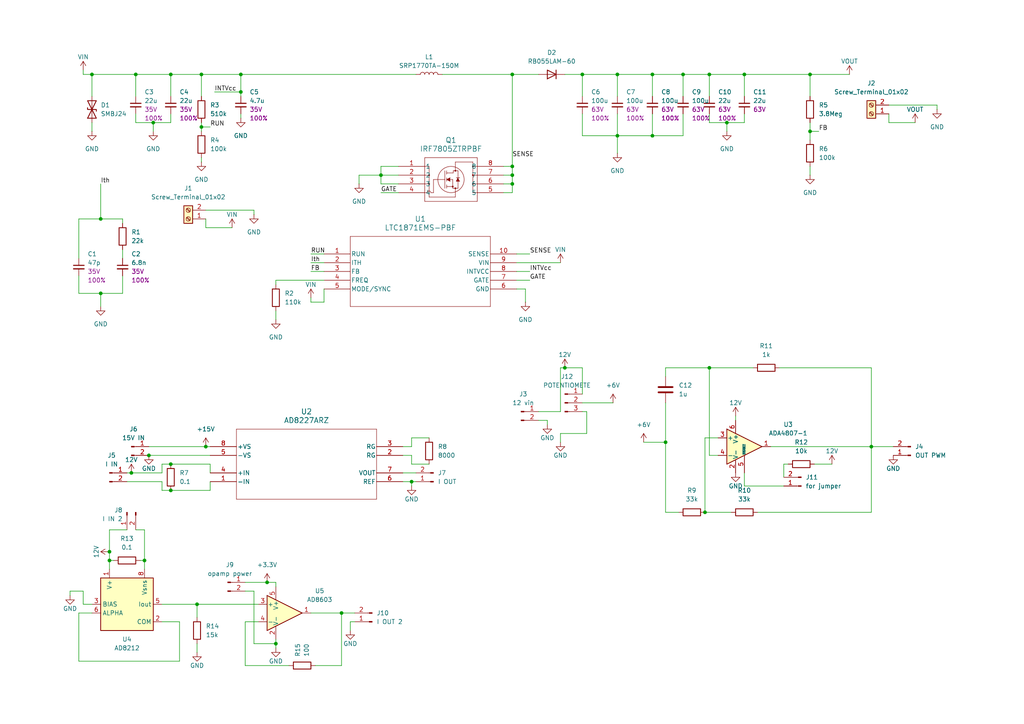
<source format=kicad_sch>
(kicad_sch (version 20250114) (generator "eeschema") (generator_version "9.0")
  (paper "A4")
  (lib_symbols
    (symbol "Amplifier_Current:AD8212"
      (property "Reference" "U" (at -7.62 10.795 0))
      (property "Value" "AD8212" (at -7.62 8.89 0))
      (symbol "AD8212_1_1"
        (pin input line (at -10.16 0 0) (length 2.54) (name "BIAS") (number "3"))
        (pin output line (at -10.16 -2.54 0) (length 2.54) (name "ALPHA") (number "6"))
        (pin power_in line (at -5.08 10.16 270) (length 2.54) (name "V+") (number "1"))
        (pin no_connect line (at -2.54 -7.62 90) (length 2.54) (hide yes) (name "NC") (number "4"))
        (pin no_connect line (at 0 -7.62 90) (length 2.54) (hide yes) (name "NC") (number "7"))
        (pin input line (at 5.08 10.16 270) (length 2.54) (name "Vsns") (number "8"))
        (pin output line (at 10.16 0 180) (length 2.54) (name "Iout") (number "5"))
        (pin input line (at 10.16 -5.08 180) (length 2.54) (name "COM") (number "2"))
      )
    )
    (symbol "Amplifier_Operational:AD8603" (pin_names (offset 0.127))
      (property "Reference" "U" (at 0 5.08 0))
      (property "Value" "AD8603" (at 0 -5.08 0))
      (symbol "AD8603_0_1"
        (pin power_in line (at -2.54 7.62 270) (length 3.81) (name "V+") (number "5"))
        (pin power_in line (at -2.54 -7.62 90) (length 3.81) (name "V-") (number "2"))
      )
      (symbol "AD8603_1_1"
        (pin input line (at -7.62 2.54 0) (length 2.54) (name "+") (number "3"))
        (pin input line (at -7.62 -2.54 0) (length 2.54) (name "-") (number "4"))
        (pin output line (at 7.62 0 180) (length 2.54) (name "~") (number "1"))
      )
    )
    (symbol "Amplifier_Operational:ADA4807-1" (pin_names (offset 0.127))
      (property "Reference" "U" (at 1.27 3.81 0))
      (property "Value" "ADA4807-1" (at 1.27 -3.81 0))
      (symbol "ADA4807-1_1_1"
        (pin input line (at -7.62 2.54 0) (length 2.54) (name "+") (number "3"))
        (pin input line (at -7.62 -2.54 0) (length 2.54) (name "-") (number "4"))
        (pin power_in line (at -2.54 7.62 270) (length 3.81) (name "V+") (number "6"))
        (pin power_in line (at -2.54 -7.62 90) (length 3.81) (name "V-") (number "2"))
        (pin input line (at 0 -7.62 90) (length 5.08) (name "~{DISABLE}") (number "5"))
        (pin output line (at 7.62 0 180) (length 2.54) (name "~") (number "1"))
      )
    )
    (symbol "Connector:Conn_01x02_Pin" (pin_names (offset 1.016) (hide yes))
      (property "Reference" "J" (at 0 2.54 0))
      (property "Value" "Conn_01x02_Pin" (at 0 -5.08 0))
      (symbol "Conn_01x02_Pin_1_1"
        (pin passive line (at 5.08 0 180) (length 3.81) (name "Pin_1") (number "1"))
        (pin passive line (at 5.08 -2.54 180) (length 3.81) (name "Pin_2") (number "2"))
      )
    )
    (symbol "Connector:Conn_01x03_Pin" (pin_names (offset 1.016) (hide yes))
      (property "Reference" "J" (at 0 5.08 0))
      (property "Value" "Conn_01x03_Pin" (at 0 -5.08 0))
      (symbol "Conn_01x03_Pin_1_1"
        (pin passive line (at 5.08 2.54 180) (length 3.81) (name "Pin_1") (number "1"))
        (pin passive line (at 5.08 0 180) (length 3.81) (name "Pin_2") (number "2"))
        (pin passive line (at 5.08 -2.54 180) (length 3.81) (name "Pin_3") (number "3"))
      )
    )
    (symbol "Connector:Screw_Terminal_01x02" (pin_names (offset 1.016) (hide yes))
      (property "Reference" "J" (at 0 2.54 0))
      (property "Value" "Screw_Terminal_01x02" (at 0 -5.08 0))
      (symbol "Screw_Terminal_01x02_1_1"
        (pin passive line (at -5.08 0 0) (length 3.81) (name "Pin_1") (number "1"))
        (pin passive line (at -5.08 -2.54 0) (length 3.81) (name "Pin_2") (number "2"))
      )
    )
    (symbol "Device:C" (pin_numbers (hide yes)) (pin_names (offset 0.254))
      (property "Reference" "C" (at 0.635 2.54 0))
      (property "Value" "C" (at 0.635 -2.54 0))
      (symbol "C_1_1"
        (pin passive line (at 0 3.81 270) (length 2.794) (name "~") (number "1"))
        (pin passive line (at 0 -3.81 90) (length 2.794) (name "~") (number "2"))
      )
    )
    (symbol "Device:D" (pin_numbers (hide yes)) (pin_names (offset 1.016) (hide yes))
      (property "Reference" "D" (at 0 2.54 0))
      (property "Value" "D" (at 0 -2.54 0))
      (symbol "D_1_1"
        (pin passive line (at -3.81 0 0) (length 2.54) (name "K") (number "1"))
        (pin passive line (at 3.81 0 180) (length 2.54) (name "A") (number "2"))
      )
    )
    (symbol "Device:D_TVS" (pin_numbers (hide yes)) (pin_names (offset 1.016) (hide yes))
      (property "Reference" "D" (at 0 2.54 0))
      (property "Value" "D_TVS" (at 0 -2.54 0))
      (symbol "D_TVS_1_1"
        (pin passive line (at -3.81 0 0) (length 2.54) (name "A1") (number "1"))
        (pin passive line (at 3.81 0 180) (length 2.54) (name "A2") (number "2"))
      )
    )
    (symbol "Device:L" (pin_numbers (hide yes)) (pin_names (offset 1.016) (hide yes))
      (property "Reference" "L" (at -1.27 0 90))
      (property "Value" "L" (at 1.905 0 90))
      (symbol "L_1_1"
        (pin passive line (at 0 3.81 270) (length 1.27) (name "1") (number "1"))
        (pin passive line (at 0 -3.81 90) (length 1.27) (name "2") (number "2"))
      )
    )
    (symbol "Device:R" (pin_numbers (hide yes)) (pin_names (offset 0))
      (property "Reference" "R" (at 2.032 0 90))
      (property "Value" "R" (at 0 0 90))
      (symbol "R_1_1"
        (pin passive line (at 0 3.81 270) (length 1.27) (name "~") (number "1"))
        (pin passive line (at 0 -3.81 90) (length 1.27) (name "~") (number "2"))
      )
    )
    (symbol "PCM_SparkFun-Capacitor:C" (pin_numbers (hide yes)) (pin_names (offset 0.254))
      (property "Reference" "C" (at 0.635 2.54 0))
      (property "Value" "C" (at 0.635 -2.54 0))
      (property "Voltage" "1kV" (at 0 -6.35 0))
      (property "Tolerance" "100%" (at 0 -8.89 0))
      (symbol "C_1_1"
        (pin passive line (at 0 2.54 270) (length 2.032) (name "~") (number "1"))
        (pin passive line (at 0 -2.54 90) (length 2.032) (name "~") (number "2"))
      )
    )
    (symbol "PCM_SparkFun-PowerSymbol:12V" (power) (pin_names (offset 0))
      (property "Value" "12V" (at 0 3.81 0))
      (symbol "12V_1_1"
        (pin power_in line (at 0 0 90) (length 0) (hide yes) (name "12V") (number "1"))
      )
    )
    (symbol "PCM_SparkFun-PowerSymbol:GND" (power) (pin_names (offset 0))
      (property "Value" "GND" (at 0 -3.81 0))
      (symbol "GND_1_1"
        (pin power_in line (at 0 0 270) (length 0) (hide yes) (name "GND") (number "1"))
      )
    )
    (symbol "PCM_SparkFun-PowerSymbol:VIN" (power) (pin_names (offset 0))
      (property "Value" "VIN" (at 0 3.81 0))
      (symbol "VIN_1_1"
        (pin power_in line (at 0 0 90) (length 0) (hide yes) (name "VIN") (number "1"))
      )
    )
    (symbol "PCM_SparkFun-PowerSymbol:VOUT" (power) (pin_names (offset 0))
      (property "Value" "VOUT" (at 0 3.81 0))
      (symbol "VOUT_1_1"
        (pin power_in line (at 0 0 90) (length 0) (hide yes) (name "VOUT") (number "1"))
      )
    )
    (symbol "ad8227:AD8227ARMZ" (pin_names (offset 0.254))
      (property "Reference" "U" (at 27.94 10.16 0))
      (property "Value" "AD8227ARMZ" (at 27.94 7.62 0))
      (symbol "AD8227ARMZ_0_1"
        (pin power_in line (at 0 0 0) (length 7.62) (name "+VS") (number "8"))
        (pin power_in line (at 0 -2.54 0) (length 7.62) (name "-VS") (number "5"))
        (pin input line (at 0 -7.62 0) (length 7.62) (name "+IN") (number "4"))
        (pin input line (at 0 -10.16 0) (length 7.62) (name "-IN") (number "1"))
        (pin unspecified line (at 55.88 0 180) (length 7.62) (name "RG") (number "3"))
        (pin unspecified line (at 55.88 -2.54 180) (length 7.62) (name "RG") (number "2"))
        (pin output line (at 55.88 -7.62 180) (length 7.62) (name "VOUT") (number "7"))
        (pin output line (at 55.88 -10.16 180) (length 7.62) (name "REF") (number "6"))
      )
    )
    (symbol "irf7805:IRF7805ZTRPBF" (pin_names (offset 0.254))
      (property "Reference" "Q" (at 15.24 7.62 0))
      (property "Value" "IRF7805ZTRPBF" (at 15.24 5.08 0))
      (symbol "IRF7805ZTRPBF_0_1"
        (pin unspecified line (at 0 0 0) (length 7.62) (name "1") (number "1"))
        (pin unspecified line (at 0 -2.54 0) (length 7.62) (name "2") (number "2"))
        (pin unspecified line (at 0 -5.08 0) (length 7.62) (name "3") (number "3"))
        (pin unspecified line (at 0 -7.62 0) (length 7.62) (name "4") (number "4"))
        (pin unspecified line (at 30.48 0 180) (length 7.62) (name "8") (number "8"))
        (pin unspecified line (at 30.48 -2.54 180) (length 7.62) (name "7") (number "7"))
        (pin unspecified line (at 30.48 -5.08 180) (length 7.62) (name "6") (number "6"))
        (pin unspecified line (at 30.48 -7.62 180) (length 7.62) (name "5") (number "5"))
      )
    )
    (symbol "ltc1781:LTC1871EMS-PBF" (pin_names (offset 0.254))
      (property "Reference" "U" (at 27.94 10.16 0))
      (property "Value" "LTC1871EMS-PBF" (at 27.94 7.62 0))
      (symbol "LTC1871EMS-PBF_0_1"
        (pin input line (at 0 0 0) (length 7.62) (name "RUN") (number "1"))
        (pin unspecified line (at 0 -2.54 0) (length 7.62) (name "ITH") (number "2"))
        (pin input line (at 0 -5.08 0) (length 7.62) (name "FB") (number "3"))
        (pin unspecified line (at 0 -7.62 0) (length 7.62) (name "FREQ") (number "4"))
        (pin input line (at 0 -10.16 0) (length 7.62) (name "MODE/SYNC") (number "5"))
        (pin input line (at 55.88 0 180) (length 7.62) (name "SENSE") (number "10"))
        (pin power_in line (at 55.88 -2.54 180) (length 7.62) (name "VIN") (number "9"))
        (pin output line (at 55.88 -5.08 180) (length 7.62) (name "INTVCC") (number "8"))
        (pin output line (at 55.88 -7.62 180) (length 7.62) (name "GATE") (number "7"))
        (pin power_in line (at 55.88 -10.16 180) (length 7.62) (name "GND") (number "6"))
      )
    )
    (symbol "power:+15V" (power) (pin_numbers (hide yes)) (pin_names (offset 0) (hide yes))
      (property "Value" "+15V" (at 0 3.556 0))
      (symbol "+15V_1_1"
        (pin power_in line (at 0 0 90) (length 0) (name "~") (number "1"))
      )
    )
    (symbol "power:+3.3V" (power) (pin_numbers (hide yes)) (pin_names (offset 0) (hide yes))
      (property "Value" "+3.3V" (at 0 3.556 0))
      (symbol "+3.3V_1_1"
        (pin power_in line (at 0 0 90) (length 0) (name "~") (number "1"))
      )
    )
    (symbol "power:+6V" (power) (pin_numbers (hide yes)) (pin_names (offset 0) (hide yes))
      (property "Value" "+6V" (at 0 3.556 0))
      (symbol "+6V_1_1"
        (pin power_in line (at 0 0 90) (length 0) (name "~") (number "1"))
      )
    )
    (symbol "power:GND" (power) (pin_numbers (hide yes)) (pin_names (offset 0) (hide yes))
      (property "Value" "GND" (at 0 -3.81 0))
      (symbol "GND_1_1"
        (pin power_in line (at 0 0 270) (length 0) (name "~") (number "1"))
      )
    )
  )
  (junction (at 39.37 21.59))
  (junction (at 44.45 35.56))
  (junction (at 31.75 162.56))
  (junction (at 110.49 50.8))
  (junction (at 49.53 21.59))
  (junction (at 38.1 137.16))
  (junction (at 205.74 21.59))
  (junction (at 148.59 21.59))
  (junction (at 148.59 50.8))
  (junction (at 43.18 132.08))
  (junction (at 198.12 21.59))
  (junction (at 179.07 21.59))
  (junction (at 41.91 162.56))
  (junction (at 49.53 142.24))
  (junction (at 163.83 106.68))
  (junction (at 210.82 35.56))
  (junction (at 168.91 21.59))
  (junction (at 215.9 21.59))
  (junction (at 234.95 21.59))
  (junction (at 59.69 129.54))
  (junction (at 80.01 186.69))
  (junction (at 189.23 21.59))
  (junction (at 29.21 63.5))
  (junction (at 148.59 48.26))
  (junction (at 31.75 160.02))
  (junction (at 29.21 85.09))
  (junction (at 57.15 175.26))
  (junction (at 119.38 139.7))
  (junction (at 77.47 168.91))
  (junction (at 252.73 129.54))
  (junction (at 234.95 38.1))
  (junction (at 58.42 21.59))
  (junction (at 205.74 106.68))
  (junction (at 26.67 21.59))
  (junction (at 99.06 177.8))
  (junction (at 179.07 39.37))
  (junction (at 69.85 26.67))
  (junction (at 49.53 134.62))
  (junction (at 189.23 39.37))
  (junction (at 69.85 21.59))
  (junction (at 148.59 53.34))
  (junction (at 58.42 36.83))
  (junction (at 204.47 148.59))
  (junction (at 193.04 128.27))
  (wire (pts (xy 80.01 186.69) (xy 80.01 187.96)))
  (wire (pts (xy 46.99 142.24) (xy 49.53 142.24)))
  (wire (pts (xy 24.13 20.32) (xy 24.13 21.59)))
  (wire (pts (xy 205.74 33.02) (xy 205.74 35.56)))
  (wire (pts (xy 234.95 38.1) (xy 237.49 38.1)))
  (wire (pts (xy 219.71 148.59) (xy 252.73 148.59)))
  (wire (pts (xy 22.86 85.09) (xy 22.86 80.01)))
  (wire (pts (xy 205.74 35.56) (xy 210.82 35.56)))
  (wire (pts (xy 227.33 140.97) (xy 215.9 140.97)))
  (wire (pts (xy 73.66 60.96) (xy 59.69 60.96)))
  (wire (pts (xy 20.32 171.45) (xy 20.32 172.72)))
  (wire (pts (xy 148.59 53.34) (xy 148.59 55.88)))
  (wire (pts (xy 80.01 81.28) (xy 93.98 81.28)))
  (wire (pts (xy 49.53 134.62) (xy 60.96 134.62)))
  (wire (pts (xy 57.15 186.69) (xy 57.15 189.23)))
  (wire (pts (xy 62.23 26.67) (xy 69.85 26.67)))
  (wire (pts (xy 158.75 123.19) (xy 158.75 121.92)))
  (wire (pts (xy 41.91 162.56) (xy 41.91 165.1)))
  (wire (pts (xy 119.38 132.08) (xy 119.38 134.62)))
  (wire (pts (xy 99.06 177.8) (xy 90.17 177.8)))
  (wire (pts (xy 189.23 21.59) (xy 189.23 27.94)))
  (wire (pts (xy 146.05 50.8) (xy 148.59 50.8)))
  (wire (pts (xy 168.91 21.59) (xy 179.07 21.59)))
  (wire (pts (xy 73.66 62.23) (xy 73.66 60.96)))
  (wire (pts (xy 29.21 53.34) (xy 29.21 63.5)))
  (wire (pts (xy 38.1 137.16) (xy 46.99 137.16)))
  (wire (pts (xy 189.23 33.02) (xy 189.23 39.37)))
  (wire (pts (xy 119.38 129.54) (xy 119.38 127)))
  (wire (pts (xy 26.67 38.1) (xy 26.67 35.56)))
  (wire (pts (xy 80.01 90.17) (xy 80.01 92.71)))
  (wire (pts (xy 67.31 66.04) (xy 59.69 66.04)))
  (wire (pts (xy 149.86 76.2) (xy 162.56 76.2)))
  (wire (pts (xy 74.93 180.34) (xy 71.12 180.34)))
  (wire (pts (xy 146.05 55.88) (xy 148.59 55.88)))
  (wire (pts (xy 90.17 76.2) (xy 93.98 76.2)))
  (wire (pts (xy 110.49 48.26) (xy 115.57 48.26)))
  (wire (pts (xy 193.04 128.27) (xy 193.04 148.59)))
  (wire (pts (xy 39.37 33.02) (xy 39.37 35.56)))
  (wire (pts (xy 90.17 78.74) (xy 93.98 78.74)))
  (wire (pts (xy 71.12 168.91) (xy 77.47 168.91)))
  (wire (pts (xy 212.09 148.59) (xy 204.47 148.59)))
  (wire (pts (xy 128.27 21.59) (xy 148.59 21.59)))
  (wire (pts (xy 149.86 78.74) (xy 153.67 78.74)))
  (wire (pts (xy 36.83 137.16) (xy 38.1 137.16)))
  (wire (pts (xy 119.38 139.7) (xy 116.84 139.7)))
  (wire (pts (xy 26.67 21.59) (xy 26.67 27.94)))
  (wire (pts (xy 198.12 21.59) (xy 198.12 27.94)))
  (wire (pts (xy 162.56 119.38) (xy 162.56 106.68)))
  (wire (pts (xy 116.84 132.08) (xy 119.38 132.08)))
  (wire (pts (xy 99.06 177.8) (xy 102.87 177.8)))
  (wire (pts (xy 69.85 26.67) (xy 69.85 27.94)))
  (wire (pts (xy 193.04 148.59) (xy 196.85 148.59)))
  (wire (pts (xy 90.17 86.36) (xy 90.17 87.63)))
  (wire (pts (xy 234.95 48.26) (xy 234.95 50.8)))
  (wire (pts (xy 104.14 50.8) (xy 104.14 53.34)))
  (wire (pts (xy 205.74 106.68) (xy 205.74 132.08)))
  (wire (pts (xy 22.86 63.5) (xy 29.21 63.5)))
  (wire (pts (xy 257.81 35.56) (xy 257.81 33.02)))
  (wire (pts (xy 149.86 83.82) (xy 152.4 83.82)))
  (wire (pts (xy 44.45 35.56) (xy 49.53 35.56)))
  (wire (pts (xy 24.13 171.45) (xy 20.32 171.45)))
  (wire (pts (xy 168.91 106.68) (xy 168.91 114.3)))
  (wire (pts (xy 59.69 66.04) (xy 59.69 63.5)))
  (wire (pts (xy 168.91 21.59) (xy 168.91 27.94)))
  (wire (pts (xy 29.21 85.09) (xy 29.21 88.9)))
  (wire (pts (xy 41.91 153.67) (xy 41.91 162.56)))
  (wire (pts (xy 179.07 33.02) (xy 179.07 39.37)))
  (wire (pts (xy 22.86 74.93) (xy 22.86 63.5)))
  (wire (pts (xy 73.66 186.69) (xy 80.01 186.69)))
  (wire (pts (xy 31.75 160.02) (xy 31.75 153.67)))
  (wire (pts (xy 205.74 132.08) (xy 208.28 132.08)))
  (wire (pts (xy 49.53 21.59) (xy 58.42 21.59)))
  (wire (pts (xy 163.83 106.68) (xy 168.91 106.68)))
  (wire (pts (xy 168.91 33.02) (xy 168.91 39.37)))
  (wire (pts (xy 205.74 106.68) (xy 218.44 106.68)))
  (wire (pts (xy 49.53 142.24) (xy 60.96 142.24)))
  (wire (pts (xy 57.15 175.26) (xy 46.99 175.26)))
  (wire (pts (xy 31.75 162.56) (xy 31.75 160.02)))
  (wire (pts (xy 73.66 171.45) (xy 73.66 186.69)))
  (wire (pts (xy 43.18 132.08) (xy 60.96 132.08)))
  (wire (pts (xy 119.38 134.62) (xy 124.46 134.62)))
  (wire (pts (xy 148.59 21.59) (xy 148.59 48.26)))
  (wire (pts (xy 58.42 36.83) (xy 60.96 36.83)))
  (wire (pts (xy 115.57 53.34) (xy 110.49 53.34)))
  (wire (pts (xy 226.06 106.68) (xy 252.73 106.68)))
  (wire (pts (xy 80.01 168.91) (xy 80.01 170.18)))
  (wire (pts (xy 71.12 193.04) (xy 83.82 193.04)))
  (wire (pts (xy 58.42 21.59) (xy 69.85 21.59)))
  (wire (pts (xy 58.42 35.56) (xy 58.42 36.83)))
  (wire (pts (xy 146.05 53.34) (xy 148.59 53.34)))
  (wire (pts (xy 39.37 153.67) (xy 41.91 153.67)))
  (wire (pts (xy 69.85 21.59) (xy 69.85 26.67)))
  (wire (pts (xy 52.07 180.34) (xy 46.99 180.34)))
  (wire (pts (xy 35.56 85.09) (xy 29.21 85.09)))
  (wire (pts (xy 90.17 73.66) (xy 93.98 73.66)))
  (wire (pts (xy 205.74 21.59) (xy 215.9 21.59)))
  (wire (pts (xy 22.86 177.8) (xy 22.86 191.77)))
  (wire (pts (xy 198.12 33.02) (xy 198.12 39.37)))
  (wire (pts (xy 49.53 35.56) (xy 49.53 33.02)))
  (wire (pts (xy 52.07 191.77) (xy 52.07 180.34)))
  (wire (pts (xy 193.04 109.22) (xy 193.04 106.68)))
  (wire (pts (xy 35.56 72.39) (xy 35.56 74.93)))
  (wire (pts (xy 35.56 80.01) (xy 35.56 85.09)))
  (wire (pts (xy 57.15 175.26) (xy 74.93 175.26)))
  (wire (pts (xy 110.49 55.88) (xy 115.57 55.88)))
  (wire (pts (xy 148.59 48.26) (xy 148.59 50.8)))
  (wire (pts (xy 204.47 148.59) (xy 204.47 127)))
  (wire (pts (xy 93.98 83.82) (xy 93.98 87.63)))
  (wire (pts (xy 58.42 27.94) (xy 58.42 21.59)))
  (wire (pts (xy 252.73 129.54) (xy 259.08 129.54)))
  (wire (pts (xy 213.36 120.65) (xy 213.36 121.92)))
  (wire (pts (xy 234.95 21.59) (xy 246.38 21.59)))
  (wire (pts (xy 119.38 127) (xy 124.46 127)))
  (wire (pts (xy 198.12 21.59) (xy 205.74 21.59)))
  (wire (pts (xy 39.37 21.59) (xy 49.53 21.59)))
  (wire (pts (xy 223.52 129.54) (xy 252.73 129.54)))
  (wire (pts (xy 59.69 129.54) (xy 60.96 129.54)))
  (wire (pts (xy 77.47 168.91) (xy 80.01 168.91)))
  (wire (pts (xy 215.9 21.59) (xy 215.9 27.94)))
  (wire (pts (xy 234.95 35.56) (xy 234.95 38.1)))
  (wire (pts (xy 205.74 21.59) (xy 205.74 27.94)))
  (wire (pts (xy 93.98 87.63) (xy 90.17 87.63)))
  (wire (pts (xy 252.73 106.68) (xy 252.73 129.54)))
  (wire (pts (xy 46.99 137.16) (xy 46.99 134.62)))
  (wire (pts (xy 119.38 139.7) (xy 120.65 139.7)))
  (wire (pts (xy 46.99 139.7) (xy 46.99 142.24)))
  (wire (pts (xy 146.05 48.26) (xy 148.59 48.26)))
  (wire (pts (xy 168.91 116.84) (xy 177.8 116.84)))
  (wire (pts (xy 110.49 50.8) (xy 110.49 48.26)))
  (wire (pts (xy 46.99 134.62) (xy 49.53 134.62)))
  (wire (pts (xy 26.67 21.59) (xy 39.37 21.59)))
  (wire (pts (xy 33.02 162.56) (xy 31.75 162.56)))
  (wire (pts (xy 69.85 33.02) (xy 69.85 34.29)))
  (wire (pts (xy 179.07 27.94) (xy 179.07 21.59)))
  (wire (pts (xy 29.21 63.5) (xy 35.56 63.5)))
  (wire (pts (xy 58.42 45.72) (xy 58.42 46.99)))
  (wire (pts (xy 80.01 82.55) (xy 80.01 81.28)))
  (wire (pts (xy 91.44 193.04) (xy 99.06 193.04)))
  (wire (pts (xy 234.95 38.1) (xy 234.95 40.64)))
  (wire (pts (xy 162.56 128.27) (xy 162.56 125.73)))
  (wire (pts (xy 162.56 106.68) (xy 163.83 106.68)))
  (wire (pts (xy 152.4 87.63) (xy 152.4 83.82)))
  (wire (pts (xy 44.45 35.56) (xy 44.45 38.1)))
  (wire (pts (xy 210.82 35.56) (xy 215.9 35.56)))
  (wire (pts (xy 116.84 129.54) (xy 119.38 129.54)))
  (wire (pts (xy 39.37 21.59) (xy 39.37 27.94)))
  (wire (pts (xy 148.59 53.34) (xy 148.59 50.8)))
  (wire (pts (xy 36.83 139.7) (xy 46.99 139.7)))
  (wire (pts (xy 236.22 134.62) (xy 241.3 134.62)))
  (wire (pts (xy 162.56 125.73) (xy 170.18 125.73)))
  (wire (pts (xy 149.86 73.66) (xy 153.67 73.66)))
  (wire (pts (xy 116.84 137.16) (xy 120.65 137.16)))
  (wire (pts (xy 148.59 21.59) (xy 156.21 21.59)))
  (wire (pts (xy 271.78 31.75) (xy 271.78 30.48)))
  (wire (pts (xy 265.43 35.56) (xy 257.81 35.56)))
  (wire (pts (xy 39.37 35.56) (xy 44.45 35.56)))
  (wire (pts (xy 215.9 21.59) (xy 234.95 21.59)))
  (wire (pts (xy 179.07 39.37) (xy 179.07 44.45)))
  (wire (pts (xy 80.01 185.42) (xy 80.01 186.69)))
  (wire (pts (xy 43.18 129.54) (xy 59.69 129.54)))
  (wire (pts (xy 252.73 148.59) (xy 252.73 129.54)))
  (wire (pts (xy 179.07 39.37) (xy 189.23 39.37)))
  (wire (pts (xy 271.78 30.48) (xy 257.81 30.48)))
  (wire (pts (xy 29.21 85.09) (xy 22.86 85.09)))
  (wire (pts (xy 110.49 50.8) (xy 115.57 50.8)))
  (wire (pts (xy 163.83 21.59) (xy 168.91 21.59)))
  (wire (pts (xy 119.38 140.97) (xy 119.38 139.7)))
  (wire (pts (xy 234.95 21.59) (xy 234.95 27.94)))
  (wire (pts (xy 31.75 162.56) (xy 31.75 165.1)))
  (wire (pts (xy 156.21 121.92) (xy 158.75 121.92)))
  (wire (pts (xy 24.13 21.59) (xy 26.67 21.59)))
  (wire (pts (xy 186.69 128.27) (xy 193.04 128.27)))
  (wire (pts (xy 99.06 193.04) (xy 99.06 177.8)))
  (wire (pts (xy 60.96 139.7) (xy 60.96 142.24)))
  (wire (pts (xy 60.96 134.62) (xy 60.96 137.16)))
  (wire (pts (xy 69.85 21.59) (xy 120.65 21.59)))
  (wire (pts (xy 189.23 21.59) (xy 198.12 21.59)))
  (wire (pts (xy 149.86 81.28) (xy 153.67 81.28)))
  (wire (pts (xy 40.64 162.56) (xy 41.91 162.56)))
  (wire (pts (xy 57.15 179.07) (xy 57.15 175.26)))
  (wire (pts (xy 110.49 53.34) (xy 110.49 50.8)))
  (wire (pts (xy 204.47 127) (xy 208.28 127)))
  (wire (pts (xy 170.18 119.38) (xy 168.91 119.38)))
  (wire (pts (xy 179.07 21.59) (xy 189.23 21.59)))
  (wire (pts (xy 168.91 39.37) (xy 179.07 39.37)))
  (wire (pts (xy 22.86 191.77) (xy 52.07 191.77)))
  (wire (pts (xy 31.75 153.67) (xy 36.83 153.67)))
  (wire (pts (xy 215.9 140.97) (xy 215.9 137.16)))
  (wire (pts (xy 26.67 175.26) (xy 24.13 175.26)))
  (wire (pts (xy 193.04 116.84) (xy 193.04 128.27)))
  (wire (pts (xy 193.04 106.68) (xy 205.74 106.68)))
  (wire (pts (xy 24.13 175.26) (xy 24.13 171.45)))
  (wire (pts (xy 170.18 125.73) (xy 170.18 119.38)))
  (wire (pts (xy 189.23 39.37) (xy 198.12 39.37)))
  (wire (pts (xy 156.21 119.38) (xy 162.56 119.38)))
  (wire (pts (xy 26.67 177.8) (xy 22.86 177.8)))
  (wire (pts (xy 35.56 63.5) (xy 35.56 64.77)))
  (wire (pts (xy 71.12 180.34) (xy 71.12 193.04)))
  (wire (pts (xy 215.9 35.56) (xy 215.9 33.02)))
  (wire (pts (xy 71.12 171.45) (xy 73.66 171.45)))
  (wire (pts (xy 101.6 180.34) (xy 101.6 182.88)))
  (wire (pts (xy 102.87 180.34) (xy 101.6 180.34)))
  (wire (pts (xy 104.14 50.8) (xy 110.49 50.8)))
  (wire (pts (xy 227.33 138.43) (xy 227.33 134.62)))
  (wire (pts (xy 227.33 134.62) (xy 228.6 134.62)))
  (wire (pts (xy 58.42 36.83) (xy 58.42 38.1)))
  (wire (pts (xy 210.82 35.56) (xy 210.82 38.1)))
  (wire (pts (xy 49.53 21.59) (xy 49.53 27.94)))
  (label "RUN" (at 60.96 36.83 0))
  (label "SENSE" (at 153.67 73.66 0))
  (label "INTVcc" (at 153.67 78.74 0))
  (label "Ith" (at 29.21 53.34 0))
  (label "GATE" (at 153.67 81.28 0))
  (label "GATE" (at 110.49 55.88 0))
  (label "Ith" (at 90.17 76.2 0))
  (label "FB" (at 237.49 38.1 0))
  (label "RUN" (at 90.17 73.66 0))
  (label "FB" (at 90.17 78.74 0))
  (label "INTVcc" (at 62.23 26.67 0))
  (label "SENSE" (at 148.59 45.72 0))
  (symbol (lib_id "Connector:Conn_01x02_Pin") (at 107.95 180.34 180) (unit 1)
    (property "Reference" "J10" (at 109.22 177.7999 0) (effects (justify right)))
    (property "Value" "I OUT 2" (at 109.22 180.3399 0) (effects (justify right)))
    (property "Footprint" "Connector_PinHeader_2.54mm:PinHeader_1x02_P2.54mm_Vertical" (effects (hide yes)))
    (property "Description" "Generic connector, single row, 01x02, script generated" (effects (hide yes)))
  )
  (symbol (lib_id "PCM_SparkFun-Capacitor:C") (at 35.56 77.47 0) (unit 1)
    (property "Reference" "C2" (at 38.1 73.6662 0) (effects (justify left)))
    (property "Value" "6.8n" (at 38.1 76.2062 0) (effects (justify left)))
    (property "Footprint" "Capacitor_SMD:C_1206_3216Metric" (effects (hide yes)))
    (property "Datasheet" "https://cdn.sparkfun.com/assets/8/a/4/a/5/Kemet_Capacitor_Datasheet.pdf" (effects (hide yes)))
    (property "Description" "Unpolarized capacitor" (effects (hide yes)))
    (property "PROD_ID" "CAP-00000" (effects (hide yes)))
    (property "Voltage" "35V" (at 38.1 78.7462 0) (effects (justify left)))
    (property "Tolerance" "100%" (at 38.1 81.2862 0) (effects (justify left)))
  )
  (symbol (lib_id "PCM_SparkFun-Capacitor:C") (at 179.07 30.48 0) (unit 1)
    (property "Reference" "C7" (at 181.61 26.6762 0) (effects (justify left)))
    (property "Value" "100u" (at 181.61 29.2162 0) (effects (justify left)))
    (property "Footprint" "Capacitor_THT:C_Radial_D10.0mm_H20.0mm_P5.00mm" (effects (hide yes)))
    (property "Datasheet" "https://cdn.sparkfun.com/assets/8/a/4/a/5/Kemet_Capacitor_Datasheet.pdf" (effects (hide yes)))
    (property "Description" "Unpolarized capacitor" (effects (hide yes)))
    (property "PROD_ID" "CAP-00000" (effects (hide yes)))
    (property "Voltage" "63V" (at 181.61 31.7562 0) (effects (justify left)))
    (property "Tolerance" "100%" (at 181.61 34.2962 0) (effects (justify left)))
  )
  (symbol (lib_id "power:GND") (at 271.78 31.75 0) (unit 1)
    (property "Reference" "#PWR019" (effects (hide yes)))
    (property "Value" "GND" (at 271.78 36.83 0))
    (property "Description" "Power symbol creates a global label with name \"GND\" , ground" (effects (hide yes)))
  )
  (symbol (lib_id "Device:L") (at 124.46 21.59 90) (unit 1)
    (property "Reference" "L1" (at 124.46 16.51 90))
    (property "Value" "SRP1770TA-150M" (at 124.46 19.05 90))
    (property "Footprint" "Inductor_SMD:L_Bourns_SRP1770TA_16.9x16.9mm" (effects (hide yes)))
    (property "Description" "Inductor" (effects (hide yes)))
  )
  (symbol (lib_id "Device:R") (at 35.56 68.58 0) (unit 1)
    (property "Reference" "R1" (at 38.1 67.3099 0) (effects (justify left)))
    (property "Value" "22k" (at 38.1 69.8499 0) (effects (justify left)))
    (property "Footprint" "Resistor_SMD:R_0805_2012Metric" (effects (hide yes)))
    (property "Description" "Resistor" (effects (hide yes)))
  )
  (symbol (lib_id "PCM_SparkFun-PowerSymbol:GND") (at 158.75 123.19 0) (unit 1)
    (property "Reference" "#PWR024" (effects (hide yes)))
    (property "Value" "GND" (at 158.75 127 0))
    (property "Description" "Power symbol creates a global label with name \"GND\" , ground" (effects (hide yes)))
  )
  (symbol (lib_id "irf7805:IRF7805ZTRPBF") (at 115.57 48.26 0) (unit 1)
    (property "Reference" "Q1" (at 130.81 40.64 0) (effects (font (size 1.524 1.524))))
    (property "Value" "IRF7805ZTRPBF" (at 130.81 43.18 0) (effects (font (size 1.524 1.524))))
    (property "Footprint" "irf7805:SO8_IRF7805_INF" (effects (hide yes)))
    (property "Datasheet" "https://www.infineon.com/dgdl/irf7805zpbf.pdf?fileId=5546d462533600a401535607f4801ccb" (effects (hide yes)))
  )
  (symbol (lib_id "Amplifier_Operational:ADA4807-1") (at 215.9 129.54 0) (unit 1)
    (property "Reference" "U3" (at 228.6 123.1198 0))
    (property "Value" "ADA4807-1" (at 228.6 125.6598 0))
    (property "Footprint" "Package_TO_SOT_SMD:SOT-23-6" (effects (hide yes)))
    (property "Datasheet" "https://www.analog.com/media/en/technical-documentation/data-sheets/ADA4807-1_4807-2_4807-4.pdf" (effects (hide yes)))
    (property "Description" "Single Rail-to-Rail Input/Output Amplifiers, with disable, SC-70-6/SOT-23-6" (effects (hide yes)))
  )
  (symbol (lib_id "Device:R") (at 232.41 134.62 90) (unit 1)
    (property "Reference" "R12" (at 232.41 128.27 90))
    (property "Value" "10k" (at 232.41 130.81 90))
    (property "Footprint" "Resistor_SMD:R_0805_2012Metric" (effects (hide yes)))
    (property "Description" "Resistor" (effects (hide yes)))
  )
  (symbol (lib_id "Device:R") (at 49.53 138.43 0) (unit 1)
    (property "Reference" "R7" (at 52.07 137.1599 0) (effects (justify left)))
    (property "Value" "0.1" (at 52.07 139.6999 0) (effects (justify left)))
    (property "Footprint" "Resistor_THT:R_Axial_DIN0204_L3.6mm_D1.6mm_P5.08mm_Horizontal" (effects (hide yes)))
    (property "Description" "Resistor" (effects (hide yes)))
  )
  (symbol (lib_id "Device:R") (at 36.83 162.56 90) (unit 1)
    (property "Reference" "R13" (at 36.83 156.21 90))
    (property "Value" "0.1" (at 36.83 158.75 90))
    (property "Footprint" "Resistor_THT:R_Axial_DIN0204_L3.6mm_D1.6mm_P5.08mm_Horizontal" (effects (hide yes)))
    (property "Description" "Resistor" (effects (hide yes)))
  )
  (symbol (lib_id "PCM_SparkFun-PowerSymbol:12V") (at 213.36 120.65 0) (unit 1)
    (property "Reference" "#PWR029" (effects (hide yes)))
    (property "Value" "12V" (at 213.36 116.84 0))
    (property "Description" "Power symbol creates a global label with name \"12V\"" (effects (hide yes)))
  )
  (symbol (lib_id "power:GND") (at 104.14 53.34 0) (unit 1)
    (property "Reference" "#PWR010" (effects (hide yes)))
    (property "Value" "GND" (at 104.14 58.42 0))
    (property "Description" "Power symbol creates a global label with name \"GND\" , ground" (effects (hide yes)))
  )
  (symbol (lib_id "PCM_SparkFun-Capacitor:C") (at 198.12 30.48 0) (unit 1)
    (property "Reference" "C9" (at 200.66 26.6762 0) (effects (justify left)))
    (property "Value" "100u" (at 200.66 29.2162 0) (effects (justify left)))
    (property "Footprint" "Capacitor_THT:C_Radial_D10.0mm_H20.0mm_P5.00mm" (effects (hide yes)))
    (property "Datasheet" "https://cdn.sparkfun.com/assets/8/a/4/a/5/Kemet_Capacitor_Datasheet.pdf" (effects (hide yes)))
    (property "Description" "Unpolarized capacitor" (effects (hide yes)))
    (property "PROD_ID" "CAP-00000" (effects (hide yes)))
    (property "Voltage" "63V" (at 200.66 31.7562 0) (effects (justify left)))
    (property "Tolerance" "100%" (at 200.66 34.2962 0) (effects (justify left)))
  )
  (symbol (lib_id "PCM_SparkFun-PowerSymbol:VIN") (at 24.13 20.32 0) (unit 1)
    (property "Reference" "#PWR06" (effects (hide yes)))
    (property "Value" "VIN" (at 24.13 16.51 0))
    (property "Description" "Power symbol creates a global label with name \"VIN\"" (effects (hide yes)))
  )
  (symbol (lib_id "PCM_SparkFun-PowerSymbol:12V") (at 163.83 106.68 0) (unit 1)
    (property "Reference" "#PWR026" (effects (hide yes)))
    (property "Value" "12V" (at 163.83 102.87 0))
    (property "Description" "Power symbol creates a global label with name \"12V\"" (effects (hide yes)))
  )
  (symbol (lib_id "Device:R") (at 58.42 31.75 0) (unit 1)
    (property "Reference" "R3" (at 60.96 30.4799 0) (effects (justify left)))
    (property "Value" "510k" (at 60.96 33.0199 0) (effects (justify left)))
    (property "Footprint" "Resistor_SMD:R_0805_2012Metric" (effects (hide yes)))
    (property "Description" "Resistor" (effects (hide yes)))
  )
  (symbol (lib_id "Device:R") (at 200.66 148.59 90) (unit 1)
    (property "Reference" "R9" (at 200.66 142.24 90))
    (property "Value" "33k" (at 200.66 144.78 90))
    (property "Footprint" "Resistor_SMD:R_0805_2012Metric" (effects (hide yes)))
    (property "Description" "Resistor" (effects (hide yes)))
  )
  (symbol (lib_id "Device:D_TVS") (at 26.67 31.75 90) (unit 1)
    (property "Reference" "D1" (at 29.21 30.4799 90) (effects (justify right)))
    (property "Value" "SMBJ24" (at 29.21 33.0199 90) (effects (justify right)))
    (property "Footprint" "Diode_SMD:D_SMB" (effects (hide yes)))
    (property "Description" "Bidirectional transient-voltage-suppression diode" (effects (hide yes)))
  )
  (symbol (lib_id "power:GND") (at 58.42 46.99 0) (unit 1)
    (property "Reference" "#PWR02" (effects (hide yes)))
    (property "Value" "GND" (at 58.42 52.07 0))
    (property "Description" "Power symbol creates a global label with name \"GND\" , ground" (effects (hide yes)))
  )
  (symbol (lib_id "Device:R") (at 234.95 31.75 0) (unit 1)
    (property "Reference" "R5" (at 237.49 30.4799 0) (effects (justify left)))
    (property "Value" "3.8Meg" (at 237.49 33.0199 0) (effects (justify left)))
    (property "Footprint" "Resistor_SMD:R_0805_2012Metric" (effects (hide yes)))
    (property "Description" "Resistor" (effects (hide yes)))
  )
  (symbol (lib_id "ltc1781:LTC1871EMS-PBF") (at 93.98 73.66 0) (unit 1)
    (property "Reference" "U1" (at 121.92 63.5 0) (effects (font (size 1.524 1.524))))
    (property "Value" "LTC1871EMS-PBF" (at 121.92 66.04 0) (effects (font (size 1.524 1.524))))
    (property "Footprint" "ltc1871:MSOP-10_MS_LIT" (effects (hide yes)))
    (property "Datasheet" "https://www.analog.com/media/en/technical-documentation/data-sheets/1871fe.pdf" (effects (hide yes)))
  )
  (symbol (lib_id "power:GND") (at 73.66 62.23 0) (unit 1)
    (property "Reference" "#PWR016" (effects (hide yes)))
    (property "Value" "GND" (at 73.66 67.31 0))
    (property "Description" "Power symbol creates a global label with name \"GND\" , ground" (effects (hide yes)))
  )
  (symbol (lib_id "PCM_SparkFun-PowerSymbol:GND") (at 119.38 140.97 0) (unit 1)
    (property "Reference" "#PWR023" (effects (hide yes)))
    (property "Value" "GND" (at 119.38 144.78 0))
    (property "Description" "Power symbol creates a global label with name \"GND\" , ground" (effects (hide yes)))
  )
  (symbol (lib_id "Device:R") (at 234.95 44.45 0) (unit 1)
    (property "Reference" "R6" (at 237.49 43.1799 0) (effects (justify left)))
    (property "Value" "100k" (at 237.49 45.7199 0) (effects (justify left)))
    (property "Footprint" "Resistor_SMD:R_0805_2012Metric" (effects (hide yes)))
    (property "Description" "Resistor" (effects (hide yes)))
  )
  (symbol (lib_id "Device:R") (at 80.01 86.36 0) (unit 1)
    (property "Reference" "R2" (at 82.55 85.0899 0) (effects (justify left)))
    (property "Value" "110k" (at 82.55 87.6299 0) (effects (justify left)))
    (property "Footprint" "Resistor_SMD:R_0805_2012Metric" (effects (hide yes)))
    (property "Description" "Resistor" (effects (hide yes)))
  )
  (symbol (lib_id "power:+6V") (at 177.8 116.84 0) (unit 1)
    (property "Reference" "#PWR027" (effects (hide yes)))
    (property "Value" "+6V" (at 177.8 111.76 0))
    (property "Description" "Power symbol creates a global label with name \"+6V\"" (effects (hide yes)))
  )
  (symbol (lib_id "PCM_SparkFun-Capacitor:C") (at 168.91 30.48 0) (unit 1)
    (property "Reference" "C6" (at 171.45 26.6762 0) (effects (justify left)))
    (property "Value" "100u" (at 171.45 29.2162 0) (effects (justify left)))
    (property "Footprint" "Capacitor_THT:C_Radial_D10.0mm_H20.0mm_P5.00mm" (effects (hide yes)))
    (property "Datasheet" "https://cdn.sparkfun.com/assets/8/a/4/a/5/Kemet_Capacitor_Datasheet.pdf" (effects (hide yes)))
    (property "Description" "Unpolarized capacitor" (effects (hide yes)))
    (property "PROD_ID" "CAP-00000" (effects (hide yes)))
    (property "Voltage" "63V" (at 171.45 31.7562 0) (effects (justify left)))
    (property "Tolerance" "100%" (at 171.45 34.2962 0) (effects (justify left)))
  )
  (symbol (lib_id "PCM_SparkFun-Capacitor:C") (at 22.86 77.47 0) (unit 1)
    (property "Reference" "C1" (at 25.4 73.6662 0) (effects (justify left)))
    (property "Value" "47p" (at 25.4 76.2062 0) (effects (justify left)))
    (property "Footprint" "Capacitor_SMD:C_1206_3216Metric" (effects (hide yes)))
    (property "Datasheet" "https://cdn.sparkfun.com/assets/8/a/4/a/5/Kemet_Capacitor_Datasheet.pdf" (effects (hide yes)))
    (property "Description" "Unpolarized capacitor" (effects (hide yes)))
    (property "PROD_ID" "CAP-00000" (effects (hide yes)))
    (property "Voltage" "35V" (at 25.4 78.7462 0) (effects (justify left)))
    (property "Tolerance" "100%" (at 25.4 81.2862 0) (effects (justify left)))
  )
  (symbol (lib_id "PCM_SparkFun-PowerSymbol:12V") (at 38.1 137.16 0) (unit 1)
    (property "Reference" "#PWR020" (effects (hide yes)))
    (property "Value" "12V" (at 38.1 133.35 0))
    (property "Description" "Power symbol creates a global label with name \"12V\"" (effects (hide yes)))
  )
  (symbol (lib_id "Connector:Conn_01x02_Pin") (at 38.1 129.54 0) (unit 1)
    (property "Reference" "J6" (at 38.735 124.46 0))
    (property "Value" "15V IN" (at 38.735 127 0))
    (property "Footprint" "Connector_PinHeader_2.54mm:PinHeader_1x02_P2.54mm_Vertical" (effects (hide yes)))
    (property "Description" "Generic connector, single row, 01x02, script generated" (effects (hide yes)))
  )
  (symbol (lib_id "PCM_SparkFun-PowerSymbol:12V") (at 241.3 134.62 0) (unit 1)
    (property "Reference" "#PWR031" (effects (hide yes)))
    (property "Value" "12V" (at 241.3 130.81 0))
    (property "Description" "Power symbol creates a global label with name \"12V\"" (effects (hide yes)))
  )
  (symbol (lib_id "Device:R") (at 222.25 106.68 90) (unit 1)
    (property "Reference" "R11" (at 222.25 100.33 90))
    (property "Value" "1k" (at 222.25 102.87 90))
    (property "Footprint" "Resistor_THT:R_Axial_DIN0411_L9.9mm_D3.6mm_P15.24mm_Horizontal" (effects (hide yes)))
    (property "Description" "Resistor" (effects (hide yes)))
  )
  (symbol (lib_id "Connector:Conn_01x02_Pin") (at 125.73 139.7 180) (unit 1)
    (property "Reference" "J7" (at 127 137.1599 0) (effects (justify right)))
    (property "Value" "I OUT" (at 127 139.6999 0) (effects (justify right)))
    (property "Footprint" "Connector_PinHeader_2.54mm:PinHeader_1x02_P2.54mm_Vertical" (effects (hide yes)))
    (property "Description" "Generic connector, single row, 01x02, script generated" (effects (hide yes)))
  )
  (symbol (lib_id "PCM_SparkFun-PowerSymbol:GND") (at 57.15 189.23 0) (unit 1)
    (property "Reference" "#PWR035" (effects (hide yes)))
    (property "Value" "GND" (at 57.15 193.04 0))
    (property "Description" "Power symbol creates a global label with name \"GND\" , ground" (effects (hide yes)))
  )
  (symbol (lib_id "Connector:Conn_01x02_Pin") (at 31.75 137.16 0) (unit 1)
    (property "Reference" "J5" (at 32.385 132.08 0))
    (property "Value" "I IN" (at 32.385 134.62 0))
    (property "Footprint" "Connector_PinHeader_2.54mm:PinHeader_1x02_P2.54mm_Vertical" (effects (hide yes)))
    (property "Description" "Generic connector, single row, 01x02, script generated" (effects (hide yes)))
  )
  (symbol (lib_id "PCM_SparkFun-Capacitor:C") (at 189.23 30.48 0) (unit 1)
    (property "Reference" "C8" (at 191.77 26.6762 0) (effects (justify left)))
    (property "Value" "100u" (at 191.77 29.2162 0) (effects (justify left)))
    (property "Footprint" "Capacitor_THT:C_Radial_D10.0mm_H20.0mm_P5.00mm" (effects (hide yes)))
    (property "Datasheet" "https://cdn.sparkfun.com/assets/8/a/4/a/5/Kemet_Capacitor_Datasheet.pdf" (effects (hide yes)))
    (property "Description" "Unpolarized capacitor" (effects (hide yes)))
    (property "PROD_ID" "CAP-00000" (effects (hide yes)))
    (property "Voltage" "63V" (at 191.77 31.7562 0) (effects (justify left)))
    (property "Tolerance" "100%" (at 191.77 34.2962 0) (effects (justify left)))
  )
  (symbol (lib_id "Connector:Conn_01x02_Pin") (at 36.83 148.59 90) (mirror x) (unit 1)
    (property "Reference" "J8" (at 35.56 147.9549 90) (effects (justify left)))
    (property "Value" "I IN 2" (at 35.56 150.4949 90) (effects (justify left)))
    (property "Footprint" "Connector_PinHeader_2.54mm:PinHeader_1x02_P2.54mm_Vertical" (effects (hide yes)))
    (property "Description" "Generic connector, single row, 01x02, script generated" (effects (hide yes)))
  )
  (symbol (lib_id "Amplifier_Operational:AD8603") (at 82.55 177.8 0) (unit 1)
    (property "Reference" "U5" (at 92.71 171.3798 0))
    (property "Value" "AD8603" (at 92.71 173.9198 0))
    (property "Footprint" "Package_TO_SOT_SMD:TSOT-23-5" (effects (hide yes)))
    (property "Datasheet" "https://www.analog.com/media/en/technical-documentation/data-sheets/AD8603_8607_8609.pdf" (effects (hide yes)))
    (property "Description" "Precision Micropower, Low Noise CMOS, Rail-to-Rail Input/Output Operational Amplifier, TSOT-23-5" (effects (hide yes)))
  )
  (symbol (lib_id "ad8227:AD8227ARMZ") (at 60.96 129.54 0) (unit 1)
    (property "Reference" "U2" (at 88.9 119.38 0) (effects (font (size 1.524 1.524))))
    (property "Value" "AD8227ARZ" (at 88.9 121.92 0) (effects (font (size 1.524 1.524))))
    (property "Footprint" "8227:RM_8_ADI" (effects (hide yes)))
    (property "Datasheet" "https://www.analog.com/media/en/technical-documentation/data-sheets/AD8227.pdf" (effects (hide yes)))
  )
  (symbol (lib_id "power:GND") (at 80.01 92.71 0) (unit 1)
    (property "Reference" "#PWR08" (effects (hide yes)))
    (property "Value" "GND" (at 80.01 97.79 0))
    (property "Description" "Power symbol creates a global label with name \"GND\" , ground" (effects (hide yes)))
  )
  (symbol (lib_id "power:GND") (at 29.21 88.9 0) (unit 1)
    (property "Reference" "#PWR04" (effects (hide yes)))
    (property "Value" "GND" (at 29.21 93.98 0))
    (property "Description" "Power symbol creates a global label with name \"GND\" , ground" (effects (hide yes)))
  )
  (symbol (lib_id "Connector:Screw_Terminal_01x02") (at 54.61 63.5 180) (unit 1)
    (property "Reference" "J1" (at 54.61 54.61 0))
    (property "Value" "Screw_Terminal_01x02" (at 54.61 57.15 0))
    (property "Footprint" "TerminalBlock_Phoenix:TerminalBlock_Phoenix_MKDS-1,5-2-5.08_1x02_P5.08mm_Horizontal" (effects (hide yes)))
    (property "Description" "Generic screw terminal, single row, 01x02, script generated (kicad-library-utils/schlib/autogen/connector/)" (effects (hide yes)))
  )
  (symbol (lib_id "PCM_SparkFun-PowerSymbol:12V") (at 31.75 160.02 90) (unit 1)
    (property "Reference" "#PWR034" (effects (hide yes)))
    (property "Value" "12V" (at 27.94 160.02 0))
    (property "Description" "Power symbol creates a global label with name \"12V\"" (effects (hide yes)))
  )
  (symbol (lib_id "power:+15V") (at 59.69 129.54 0) (unit 1)
    (property "Reference" "#PWR022" (effects (hide yes)))
    (property "Value" "+15V" (at 59.69 124.46 0))
    (property "Description" "Power symbol creates a global label with name \"+15V\"" (effects (hide yes)))
  )
  (symbol (lib_id "PCM_SparkFun-PowerSymbol:VIN") (at 162.56 76.2 0) (unit 1)
    (property "Reference" "#PWR05" (effects (hide yes)))
    (property "Value" "VIN" (at 162.56 72.39 0))
    (property "Description" "Power symbol creates a global label with name \"VIN\"" (effects (hide yes)))
  )
  (symbol (lib_id "PCM_SparkFun-PowerSymbol:GND") (at 80.01 187.96 0) (unit 1)
    (property "Reference" "#PWR037" (effects (hide yes)))
    (property "Value" "GND" (at 80.01 191.77 0))
    (property "Description" "Power symbol creates a global label with name \"GND\" , ground" (effects (hide yes)))
  )
  (symbol (lib_id "PCM_SparkFun-PowerSymbol:GND") (at 162.56 128.27 0) (unit 1)
    (property "Reference" "#PWR025" (effects (hide yes)))
    (property "Value" "GND" (at 162.56 132.08 0))
    (property "Description" "Power symbol creates a global label with name \"GND\" , ground" (effects (hide yes)))
  )
  (symbol (lib_id "power:GND") (at 234.95 50.8 0) (unit 1)
    (property "Reference" "#PWR012" (effects (hide yes)))
    (property "Value" "GND" (at 234.95 55.88 0))
    (property "Description" "Power symbol creates a global label with name \"GND\" , ground" (effects (hide yes)))
  )
  (symbol (lib_id "Device:R") (at 124.46 130.81 180) (unit 1)
    (property "Reference" "R8" (at 127 129.5399 0) (effects (justify right)))
    (property "Value" "8000" (at 127 132.0799 0) (effects (justify right)))
    (property "Footprint" "Resistor_SMD:R_0805_2012Metric" (effects (hide yes)))
    (property "Description" "Resistor" (effects (hide yes)))
  )
  (symbol (lib_id "Device:R") (at 58.42 41.91 0) (unit 1)
    (property "Reference" "R4" (at 60.96 40.6399 0) (effects (justify left)))
    (property "Value" "100k" (at 60.96 43.1799 0) (effects (justify left)))
    (property "Footprint" "Resistor_SMD:R_0805_2012Metric" (effects (hide yes)))
    (property "Description" "Resistor" (effects (hide yes)))
  )
  (symbol (lib_id "PCM_SparkFun-PowerSymbol:GND") (at 20.32 172.72 0) (unit 1)
    (property "Reference" "#PWR033" (effects (hide yes)))
    (property "Value" "GND" (at 20.32 176.53 0))
    (property "Description" "Power symbol creates a global label with name \"GND\" , ground" (effects (hide yes)))
  )
  (symbol (lib_id "power:GND") (at 152.4 87.63 0) (unit 1)
    (property "Reference" "#PWR011" (effects (hide yes)))
    (property "Value" "GND" (at 152.4 92.71 0))
    (property "Description" "Power symbol creates a global label with name \"GND\" , ground" (effects (hide yes)))
  )
  (symbol (lib_id "PCM_SparkFun-Capacitor:C") (at 215.9 30.48 0) (unit 1)
    (property "Reference" "C11" (at 218.44 26.6762 0) (effects (justify left)))
    (property "Value" "22u" (at 218.44 29.2162 0) (effects (justify left)))
    (property "Footprint" "Capacitor_SMD:C_1206_3216Metric" (effects (hide yes)))
    (property "Datasheet" "https://cdn.sparkfun.com/assets/8/a/4/a/5/Kemet_Capacitor_Datasheet.pdf" (effects (hide yes)))
    (property "Description" "Unpolarized capacitor" (effects (hide yes)))
    (property "PROD_ID" "CAP-00000" (effects (hide yes)))
    (property "Voltage" "63V" (at 218.44 31.7562 0) (effects (justify left)))
    (property "Tolerance" "100%" (at 191.77 34.2962 0) (effects (justify left)))
  )
  (symbol (lib_id "Connector:Conn_01x02_Pin") (at 232.41 140.97 180) (unit 1)
    (property "Reference" "J11" (at 233.68 138.4299 0) (effects (justify right)))
    (property "Value" "for jumper" (at 233.68 140.9699 0) (effects (justify right)))
    (property "Footprint" "Connector_PinHeader_2.54mm:PinHeader_1x02_P2.54mm_Vertical" (effects (hide yes)))
    (property "Description" "Generic connector, single row, 01x02, script generated" (effects (hide yes)))
  )
  (symbol (lib_id "power:GND") (at 210.82 38.1 0) (unit 1)
    (property "Reference" "#PWR015" (effects (hide yes)))
    (property "Value" "GND" (at 210.82 43.18 0))
    (property "Description" "Power symbol creates a global label with name \"GND\" , ground" (effects (hide yes)))
  )
  (symbol (lib_id "Device:C") (at 193.04 113.03 0) (unit 1)
    (property "Reference" "C12" (at 196.85 111.7599 0) (effects (justify left)))
    (property "Value" "1u" (at 196.85 114.2999 0) (effects (justify left)))
    (property "Footprint" "Capacitor_SMD:C_0805_2012Metric" (effects (hide yes)))
    (property "Description" "Unpolarized capacitor" (effects (hide yes)))
  )
  (symbol (lib_id "power:+6V") (at 186.69 128.27 0) (unit 1)
    (property "Reference" "#PWR028" (effects (hide yes)))
    (property "Value" "+6V" (at 186.69 123.19 0))
    (property "Description" "Power symbol creates a global label with name \"+6V\"" (effects (hide yes)))
  )
  (symbol (lib_id "Amplifier_Current:AD8212") (at 36.83 175.26 0) (unit 1)
    (property "Reference" "U4" (at 36.83 185.42 0))
    (property "Value" "AD8212" (at 36.83 187.96 0))
    (property "Footprint" "Package_SO:MSOP-8_3x3mm_P0.65mm" (effects (hide yes)))
    (property "Datasheet" "https://www.analog.com/media/en/technical-documentation/data-sheets/AD8212.pdf" (effects (hide yes)))
    (property "Description" "65V High Voltage Current, Shunt Monitor, adjustable gain, bandwidth 1000kHz, Vcc=7V~65V, current output, unidirectional, MSOP-8" (effects (hide yes)))
  )
  (symbol (lib_id "PCM_SparkFun-Capacitor:C") (at 39.37 30.48 0) (unit 1)
    (property "Reference" "C3" (at 41.91 26.6762 0) (effects (justify left)))
    (property "Value" "22u" (at 41.91 29.2162 0) (effects (justify left)))
    (property "Footprint" "Capacitor_SMD:C_1206_3216Metric" (effects (hide yes)))
    (property "Datasheet" "https://cdn.sparkfun.com/assets/8/a/4/a/5/Kemet_Capacitor_Datasheet.pdf" (effects (hide yes)))
    (property "Description" "Unpolarized capacitor" (effects (hide yes)))
    (property "PROD_ID" "CAP-00000" (effects (hide yes)))
    (property "Voltage" "35V" (at 41.91 31.7562 0) (effects (justify left)))
    (property "Tolerance" "100%" (at 41.91 34.2962 0) (effects (justify left)))
  )
  (symbol (lib_id "PCM_SparkFun-Capacitor:C") (at 69.85 30.48 0) (unit 1)
    (property "Reference" "C5" (at 72.39 26.6762 0) (effects (justify left)))
    (property "Value" "4.7u" (at 72.39 29.2162 0) (effects (justify left)))
    (property "Footprint" "Capacitor_SMD:C_1206_3216Metric" (effects (hide yes)))
    (property "Datasheet" "https://cdn.sparkfun.com/assets/8/a/4/a/5/Kemet_Capacitor_Datasheet.pdf" (effects (hide yes)))
    (property "Description" "Unpolarized capacitor" (effects (hide yes)))
    (property "PROD_ID" "CAP-00000" (effects (hide yes)))
    (property "Voltage" "35V" (at 72.39 31.7562 0) (effects (justify left)))
    (property "Tolerance" "100%" (at 72.39 34.2962 0) (effects (justify left)))
  )
  (symbol (lib_id "PCM_SparkFun-Capacitor:C") (at 49.53 30.48 0) (unit 1)
    (property "Reference" "C4" (at 52.07 26.6762 0) (effects (justify left)))
    (property "Value" "22u" (at 52.07 29.2162 0) (effects (justify left)))
    (property "Footprint" "Capacitor_SMD:C_1206_3216Metric" (effects (hide yes)))
    (property "Datasheet" "https://cdn.sparkfun.com/assets/8/a/4/a/5/Kemet_Capacitor_Datasheet.pdf" (effects (hide yes)))
    (property "Description" "Unpolarized capacitor" (effects (hide yes)))
    (property "PROD_ID" "CAP-00000" (effects (hide yes)))
    (property "Voltage" "35V" (at 52.07 31.7562 0) (effects (justify left)))
    (property "Tolerance" "100%" (at 52.07 34.2962 0) (effects (justify left)))
  )
  (symbol (lib_id "power:GND") (at 179.07 44.45 0) (unit 1)
    (property "Reference" "#PWR014" (effects (hide yes)))
    (property "Value" "GND" (at 179.07 49.53 0))
    (property "Description" "Power symbol creates a global label with name \"GND\" , ground" (effects (hide yes)))
  )
  (symbol (lib_id "PCM_SparkFun-Capacitor:C") (at 205.74 30.48 0) (unit 1)
    (property "Reference" "C10" (at 208.28 26.6762 0) (effects (justify left)))
    (property "Value" "22u" (at 208.28 29.2162 0) (effects (justify left)))
    (property "Footprint" "Capacitor_SMD:C_1206_3216Metric" (effects (hide yes)))
    (property "Datasheet" "https://cdn.sparkfun.com/assets/8/a/4/a/5/Kemet_Capacitor_Datasheet.pdf" (effects (hide yes)))
    (property "Description" "Unpolarized capacitor" (effects (hide yes)))
    (property "PROD_ID" "CAP-00000" (effects (hide yes)))
    (property "Voltage" "63V" (at 208.28 31.7562 0) (effects (justify left)))
    (property "Tolerance" "100%" (at 208.28 34.2962 0) (effects (justify left)))
  )
  (symbol (lib_id "power:GND") (at 69.85 34.29 0) (unit 1)
    (property "Reference" "#PWR03" (effects (hide yes)))
    (property "Value" "GND" (at 69.85 39.37 0))
    (property "Description" "Power symbol creates a global label with name \"GND\" , ground" (effects (hide yes)))
  )
  (symbol (lib_id "PCM_SparkFun-PowerSymbol:GND") (at 43.18 132.08 0) (unit 1)
    (property "Reference" "#PWR021" (effects (hide yes)))
    (property "Value" "GND" (at 43.18 135.89 0))
    (property "Description" "Power symbol creates a global label with name \"GND\" , ground" (effects (hide yes)))
  )
  (symbol (lib_id "PCM_SparkFun-PowerSymbol:GND") (at 213.36 137.16 0) (unit 1)
    (property "Reference" "#PWR030" (effects (hide yes)))
    (property "Value" "GND" (at 213.36 140.97 0))
    (property "Description" "Power symbol creates a global label with name \"GND\" , ground" (effects (hide yes)))
  )
  (symbol (lib_id "Connector:Screw_Terminal_01x02") (at 252.73 33.02 180) (unit 1)
    (property "Reference" "J2" (at 252.73 24.13 0))
    (property "Value" "Screw_Terminal_01x02" (at 252.73 26.67 0))
    (property "Footprint" "TerminalBlock_Phoenix:TerminalBlock_Phoenix_MKDS-1,5-2-5.08_1x02_P5.08mm_Horizontal" (effects (hide yes)))
    (property "Description" "Generic screw terminal, single row, 01x02, script generated (kicad-library-utils/schlib/autogen/connector/)" (effects (hide yes)))
  )
  (symbol (lib_id "Connector:Conn_01x02_Pin") (at 151.13 119.38 0) (unit 1)
    (property "Reference" "J3" (at 151.765 114.3 0))
    (property "Value" "12 vin" (at 151.765 116.84 0))
    (property "Footprint" "Connector_PinHeader_2.54mm:PinHeader_1x02_P2.54mm_Vertical" (effects (hide yes)))
    (property "Description" "Generic connector, single row, 01x02, script generated" (effects (hide yes)))
  )
  (symbol (lib_id "PCM_SparkFun-PowerSymbol:GND") (at 259.08 132.08 0) (unit 1)
    (property "Reference" "#PWR032" (effects (hide yes)))
    (property "Value" "GND" (at 259.08 135.89 0))
    (property "Description" "Power symbol creates a global label with name \"GND\" , ground" (effects (hide yes)))
  )
  (symbol (lib_id "PCM_SparkFun-PowerSymbol:VIN") (at 90.17 86.36 0) (unit 1)
    (property "Reference" "#PWR09" (effects (hide yes)))
    (property "Value" "VIN" (at 90.17 82.55 0))
    (property "Description" "Power symbol creates a global label with name \"VIN\"" (effects (hide yes)))
  )
  (symbol (lib_id "Device:R") (at 87.63 193.04 270) (unit 1)
    (property "Reference" "R15" (at 86.3599 190.5 0) (effects (justify right)))
    (property "Value" "100" (at 88.8999 190.5 0) (effects (justify right)))
    (property "Footprint" "Resistor_SMD:R_0805_2012Metric" (effects (hide yes)))
    (property "Description" "Resistor" (effects (hide yes)))
  )
  (symbol (lib_id "PCM_SparkFun-PowerSymbol:VIN") (at 67.31 66.04 0) (unit 1)
    (property "Reference" "#PWR017" (effects (hide yes)))
    (property "Value" "VIN" (at 67.31 62.23 0))
    (property "Description" "Power symbol creates a global label with name \"VIN\"" (effects (hide yes)))
  )
  (symbol (lib_id "PCM_SparkFun-PowerSymbol:VOUT") (at 246.38 21.59 0) (unit 1)
    (property "Reference" "#PWR013" (effects (hide yes)))
    (property "Value" "VOUT" (at 246.38 17.78 0))
    (property "Description" "Power symbol creates a global label with name \"VOUT\"" (effects (hide yes)))
  )
  (symbol (lib_id "Device:D") (at 160.02 21.59 180) (unit 1)
    (property "Reference" "D2" (at 160.02 15.24 0))
    (property "Value" "RB055LAM-60" (at 160.02 17.78 0))
    (property "Footprint" "Diode_SMD:D_SOD-128" (effects (hide yes)))
    (property "Description" "Diode" (effects (hide yes)))
    (property "Sim.Device" "D" (effects (hide yes)))
    (property "Sim.Pins" "1=K 2=A" (effects (hide yes)))
  )
  (symbol (lib_id "Connector:Conn_01x03_Pin") (at 163.83 116.84 0) (unit 1)
    (property "Reference" "J12" (at 164.465 109.22 0))
    (property "Value" "POTENTIOMETE" (at 164.465 111.76 0))
    (property "Footprint" "Connector_PinSocket_2.54mm:PinSocket_1x03_P2.54mm_Vertical" (effects (hide yes)))
    (property "Description" "Generic connector, single row, 01x03, script generated" (effects (hide yes)))
  )
  (symbol (lib_id "PCM_SparkFun-PowerSymbol:VOUT") (at 265.43 35.56 0) (unit 1)
    (property "Reference" "#PWR018" (effects (hide yes)))
    (property "Value" "VOUT" (at 265.43 31.75 0))
    (property "Description" "Power symbol creates a global label with name \"VOUT\"" (effects (hide yes)))
  )
  (symbol (lib_id "Connector:Conn_01x02_Pin") (at 66.04 168.91 0) (unit 1)
    (property "Reference" "J9" (at 66.675 163.83 0))
    (property "Value" "opamp power" (at 66.675 166.37 0))
    (property "Footprint" "Connector_PinHeader_2.54mm:PinHeader_1x02_P2.54mm_Vertical" (effects (hide yes)))
    (property "Description" "Generic connector, single row, 01x02, script generated" (effects (hide yes)))
  )
  (symbol (lib_id "Device:R") (at 215.9 148.59 90) (unit 1)
    (property "Reference" "R10" (at 215.9 142.24 90))
    (property "Value" "33k" (at 215.9 144.78 90))
    (property "Footprint" "Resistor_SMD:R_0805_2012Metric" (effects (hide yes)))
    (property "Description" "Resistor" (effects (hide yes)))
  )
  (symbol (lib_id "power:+3.3V") (at 77.47 168.91 0) (unit 1)
    (property "Reference" "#PWR036" (effects (hide yes)))
    (property "Value" "+3.3V" (at 77.47 163.83 0))
    (property "Description" "Power symbol creates a global label with name \"+3.3V\"" (effects (hide yes)))
  )
  (symbol (lib_id "Device:R") (at 57.15 182.88 180) (unit 1)
    (property "Reference" "R14" (at 59.69 181.6099 0) (effects (justify right)))
    (property "Value" "15k" (at 59.69 184.1499 0) (effects (justify right)))
    (property "Footprint" "Resistor_SMD:R_0805_2012Metric" (effects (hide yes)))
    (property "Description" "Resistor" (effects (hide yes)))
  )
  (symbol (lib_id "power:GND") (at 26.67 38.1 0) (unit 1)
    (property "Reference" "#PWR07" (effects (hide yes)))
    (property "Value" "GND" (at 26.67 43.18 0))
    (property "Description" "Power symbol creates a global label with name \"GND\" , ground" (effects (hide yes)))
  )
  (symbol (lib_id "power:GND") (at 44.45 38.1 0) (unit 1)
    (property "Reference" "#PWR01" (effects (hide yes)))
    (property "Value" "GND" (at 44.45 43.18 0))
    (property "Description" "Power symbol creates a global label with name \"GND\" , ground" (effects (hide yes)))
  )
  (symbol (lib_id "Connector:Conn_01x02_Pin") (at 264.16 132.08 180) (unit 1)
    (property "Reference" "J4" (at 265.43 129.5399 0) (effects (justify right)))
    (property "Value" "OUT PWM" (at 265.43 132.0799 0) (effects (justify right)))
    (property "Footprint" "Connector_PinHeader_2.54mm:PinHeader_1x02_P2.54mm_Vertical" (effects (hide yes)))
    (property "Description" "Generic connector, single row, 01x02, script generated" (effects (hide yes)))
  )
  (symbol (lib_id "PCM_SparkFun-PowerSymbol:GND") (at 101.6 182.88 0) (unit 1)
    (property "Reference" "#PWR038" (effects (hide yes)))
    (property "Value" "GND" (at 101.6 186.69 0))
    (property "Description" "Power symbol creates a global label with name \"GND\" , ground" (effects (hide yes)))
  )
)
</source>
